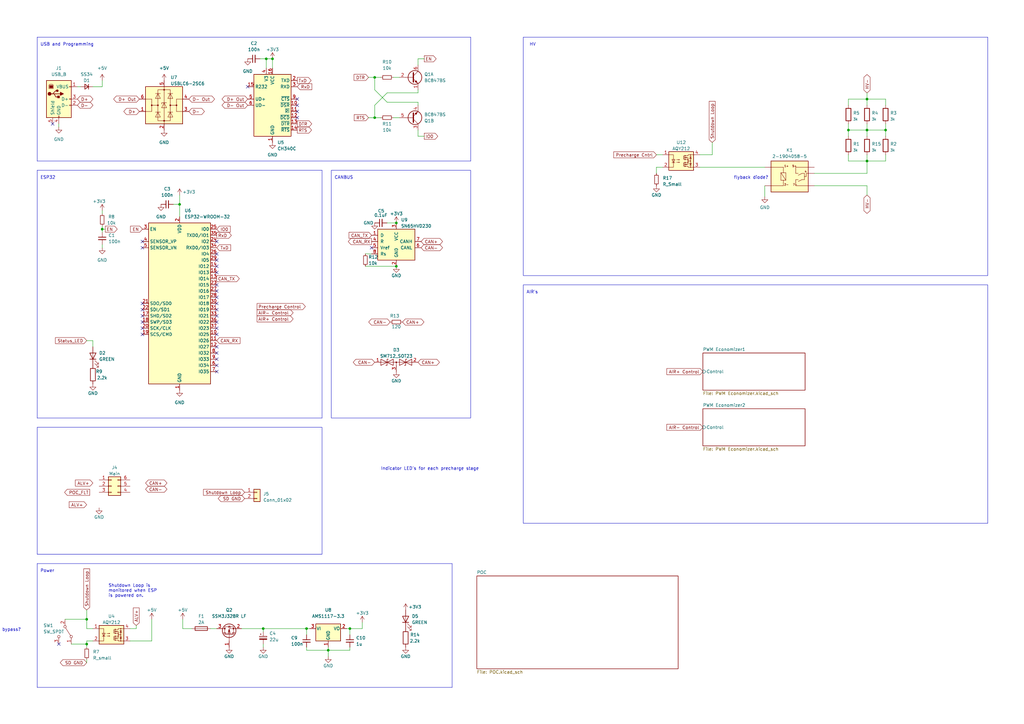
<source format=kicad_sch>
(kicad_sch (version 20230121) (generator eeschema)
  (paper "A3")
  (title_block (title "VehiclePrecharge") (date "2023-06-27") (rev "V1.0") (company "Niko Smith"))
  (lib_symbols
    (symbol "+5V_1" (power) (pin_names (offset 0))
      (property "Value" "+5V_1" (at 0 3.556 0))
      (symbol "+5V_1_1_1"
        (pin power_in line (at 0 0 90) (length 0) hide (name "+5V") (number "1"))
      )
    )
    (symbol "Connector:USB_B" (pin_names (offset 1.016))
      (property "Reference" "J" (at -5.08 11.43 0))
      (property "Value" "USB_B" (at -5.08 8.89 0))
      (symbol "USB_B_1_1"
        (pin power_out line (at 7.62 5.08 180) (length 2.54) (name "VBUS") (number "1"))
        (pin bidirectional line (at 7.62 -2.54 180) (length 2.54) (name "D-") (number "2"))
        (pin bidirectional line (at 7.62 0 180) (length 2.54) (name "D+") (number "3"))
        (pin power_out line (at 0 -10.16 90) (length 2.54) (name "GND") (number "4"))
        (pin passive line (at -2.54 -10.16 90) (length 2.54) (name "Shield") (number "5"))
      )
    )
    (symbol "Connector_Generic:Conn_01x02" (pin_names (offset 1.016) hide)
      (property "Reference" "J" (at 0 2.54 0))
      (property "Value" "Conn_01x02" (at 0 -5.08 0))
      (symbol "Conn_01x02_1_1"
        (pin passive line (at -5.08 0 0) (length 3.81) (name "Pin_1") (number "1"))
        (pin passive line (at -5.08 -2.54 0) (length 3.81) (name "Pin_2") (number "2"))
      )
    )
    (symbol "Connector_Generic:Conn_02x03_Counter_Clockwise" (pin_names (offset 1.016) hide)
      (property "Reference" "J" (at 1.27 5.08 0))
      (property "Value" "Conn_02x03_Counter_Clockwise" (at 1.27 -5.08 0))
      (symbol "Conn_02x03_Counter_Clockwise_1_1"
        (pin passive line (at -5.08 2.54 0) (length 3.81) (name "Pin_1") (number "1"))
        (pin passive line (at -5.08 0 0) (length 3.81) (name "Pin_2") (number "2"))
        (pin passive line (at -5.08 -2.54 0) (length 3.81) (name "Pin_3") (number "3"))
        (pin passive line (at 7.62 -2.54 180) (length 3.81) (name "Pin_4") (number "4"))
        (pin passive line (at 7.62 0 180) (length 3.81) (name "Pin_5") (number "5"))
        (pin passive line (at 7.62 2.54 180) (length 3.81) (name "Pin_6") (number "6"))
      )
    )
    (symbol "Device:C_Polarized_Small" (pin_numbers hide) (pin_names (offset 0.254) hide)
      (property "Reference" "C" (at 0.254 1.778 0))
      (property "Value" "C_Polarized_Small" (at 0.254 -2.032 0))
      (symbol "C_Polarized_Small_1_1"
        (pin passive line (at 0 2.54 270) (length 1.8542) (name "~") (number "1"))
        (pin passive line (at 0 -2.54 90) (length 1.8542) (name "~") (number "2"))
      )
    )
    (symbol "Device:C_Small" (pin_numbers hide) (pin_names (offset 0.254) hide)
      (property "Reference" "C" (at 0.254 1.778 0))
      (property "Value" "C_Small" (at 0.254 -2.032 0))
      (symbol "C_Small_1_1"
        (pin passive line (at 0 2.54 270) (length 2.032) (name "~") (number "1"))
        (pin passive line (at 0 -2.54 90) (length 2.032) (name "~") (number "2"))
      )
    )
    (symbol "Device:D_Small" (pin_numbers hide) (pin_names (offset 0.254) hide)
      (property "Reference" "D" (at -1.27 2.032 0))
      (property "Value" "D_Small" (at -3.81 -2.032 0))
      (symbol "D_Small_1_1"
        (pin passive line (at -2.54 0 0) (length 1.778) (name "K") (number "1"))
        (pin passive line (at 2.54 0 180) (length 1.778) (name "A") (number "2"))
      )
    )
    (symbol "Device:Fuse" (pin_numbers hide) (pin_names (offset 0))
      (property "Reference" "F" (at 2.032 0 90))
      (property "Value" "Fuse" (at -1.905 0 90))
      (symbol "Fuse_1_1"
        (pin passive line (at 0 3.81 270) (length 1.27) (name "~") (number "1"))
        (pin passive line (at 0 -3.81 90) (length 1.27) (name "~") (number "2"))
      )
    )
    (symbol "Device:LED" (pin_numbers hide) (pin_names (offset 1.016) hide)
      (property "Reference" "D" (at 0 2.54 0))
      (property "Value" "LED" (at 0 -2.54 0))
      (symbol "LED_1_1"
        (pin passive line (at -3.81 0 0) (length 2.54) (name "K") (number "1"))
        (pin passive line (at 3.81 0 180) (length 2.54) (name "A") (number "2"))
      )
    )
    (symbol "Device:Q_PMOS_GSD" (pin_names (offset 0) hide)
      (property "Reference" "Q" (at 5.08 1.27 0))
      (property "Value" "Q_PMOS_GSD" (at 5.08 -1.27 0))
      (symbol "Q_PMOS_GSD_1_1"
        (pin input line (at -5.08 0 0) (length 2.54) (name "G") (number "1"))
        (pin passive line (at 2.54 -5.08 90) (length 2.54) (name "S") (number "2"))
        (pin passive line (at 2.54 5.08 270) (length 2.54) (name "D") (number "3"))
      )
    )
    (symbol "Device:R" (pin_numbers hide) (pin_names (offset 0))
      (property "Reference" "R" (at 2.032 0 90))
      (property "Value" "R" (at 0 0 90))
      (symbol "R_1_1"
        (pin passive line (at 0 3.81 270) (length 1.27) (name "~") (number "1"))
        (pin passive line (at 0 -3.81 90) (length 1.27) (name "~") (number "2"))
      )
    )
    (symbol "Device:R_Small" (pin_numbers hide) (pin_names (offset 0.254) hide)
      (property "Reference" "R" (at 0.762 0.508 0))
      (property "Value" "R_Small" (at 0.762 -1.016 0))
      (symbol "R_Small_1_1"
        (pin passive line (at 0 2.54 270) (length 0.762) (name "~") (number "1"))
        (pin passive line (at 0 -2.54 90) (length 0.762) (name "~") (number "2"))
      )
    )
    (symbol "Diode:SM712_SOT23" (pin_names (offset 1.016) hide)
      (property "Reference" "D" (at 0 4.445 0))
      (property "Value" "SM712_SOT23" (at 0 2.54 0))
      (symbol "SM712_SOT23_1_1"
        (pin passive line (at -8.89 0 0) (length 2.54) (name "A1") (number "1"))
        (pin passive line (at 8.89 0 180) (length 2.54) (name "A2") (number "2"))
        (pin input line (at 0 -3.81 90) (length 2.54) (name "common") (number "3"))
      )
    )
    (symbol "Interface_CAN_LIN:SN65HVD230" (pin_names (offset 1.016))
      (property "Reference" "U" (at -2.54 10.16 0))
      (property "Value" "SN65HVD230" (at -2.54 7.62 0))
      (symbol "SN65HVD230_1_1"
        (pin input line (at -10.16 2.54 0) (length 2.54) (name "D") (number "1"))
        (pin power_in line (at 0 -10.16 90) (length 2.54) (name "GND") (number "2"))
        (pin power_in line (at 0 7.62 270) (length 2.54) (name "VCC") (number "3"))
        (pin output line (at -10.16 0 0) (length 2.54) (name "R") (number "4"))
        (pin output line (at -10.16 -2.54 0) (length 2.54) (name "Vref") (number "5"))
        (pin bidirectional line (at 10.16 -2.54 180) (length 2.54) (name "CANL") (number "6"))
        (pin bidirectional line (at 10.16 0 180) (length 2.54) (name "CANH") (number "7"))
        (pin input line (at -10.16 -5.08 0) (length 2.54) (name "Rs") (number "8"))
      )
    )
    (symbol "Interface_USB:CH340C"
      (property "Reference" "U" (at -5.08 13.97 0))
      (property "Value" "CH340C" (at 1.27 13.97 0))
      (symbol "CH340C_1_1"
        (pin power_in line (at 0 -15.24 90) (length 2.54) (name "GND") (number "1"))
        (pin input line (at 10.16 0 180) (length 2.54) (name "~{DSR}") (number "10"))
        (pin input line (at 10.16 -2.54 180) (length 2.54) (name "~{RI}") (number "11"))
        (pin input line (at 10.16 -5.08 180) (length 2.54) (name "~{DCD}") (number "12"))
        (pin output line (at 10.16 -7.62 180) (length 2.54) (name "~{DTR}") (number "13"))
        (pin output line (at 10.16 -10.16 180) (length 2.54) (name "~{RTS}") (number "14"))
        (pin input line (at -10.16 7.62 0) (length 2.54) (name "R232") (number "15"))
        (pin power_in line (at 0 15.24 270) (length 2.54) (name "VCC") (number "16"))
        (pin output line (at 10.16 10.16 180) (length 2.54) (name "TXD") (number "2"))
        (pin input line (at 10.16 7.62 180) (length 2.54) (name "RXD") (number "3"))
        (pin passive line (at -2.54 15.24 270) (length 2.54) (name "V3") (number "4"))
        (pin bidirectional line (at -10.16 2.54 0) (length 2.54) (name "UD+") (number "5"))
        (pin bidirectional line (at -10.16 0 0) (length 2.54) (name "UD-") (number "6"))
        (pin no_connect line (at -7.62 -7.62 0) (length 2.54) hide (name "NC") (number "7"))
        (pin no_connect line (at -7.62 -10.16 0) (length 2.54) hide (name "NC") (number "8"))
        (pin input line (at 10.16 2.54 180) (length 2.54) (name "~{CTS}") (number "9"))
      )
    )
    (symbol "Power_Protection:USBLC6-2SC6" (pin_names hide)
      (property "Reference" "U" (at 2.54 8.89 0))
      (property "Value" "USBLC6-2SC6" (at 2.54 -8.89 0))
      (symbol "USBLC6-2SC6_1_1"
        (pin passive line (at -10.16 -2.54 0) (length 2.54) (name "I/O1") (number "1"))
        (pin passive line (at 0 -10.16 90) (length 2.54) (name "GND") (number "2"))
        (pin passive line (at 10.16 -2.54 180) (length 2.54) (name "I/O2") (number "3"))
        (pin passive line (at 10.16 2.54 180) (length 2.54) (name "I/O2") (number "4"))
        (pin passive line (at 0 10.16 270) (length 2.54) (name "VBUS") (number "5"))
        (pin passive line (at -10.16 2.54 0) (length 2.54) (name "I/O1") (number "6"))
      )
    )
    (symbol "Precharge Relay:2-1904058-5" (pin_numbers hide) (pin_names (offset 1.016) hide)
      (property "Reference" "K" (at -7.62 5.842 0))
      (property "Value" "2-1904058-5" (at -7.62 -10.16 0))
      (symbol "2-1904058-5_0_0"
        (text "1+" (at -2.286 2.54 0) (effects (font (size 0.8128 0.8128)) (justify left bottom)))
        (text "2-" (at -2.286 -5.08 0) (effects (font (size 0.8128 0.8128)) (justify left bottom)))
        (text "4" (at 6.096 0.254 0) (effects (font (size 0.8128 0.8128)) (justify left bottom)))
        (text "5+" (at 1.016 2.54 0) (effects (font (size 0.8128 0.8128)) (justify left bottom)))
        (text "7-" (at 1.27 -5.08 0) (effects (font (size 0.8128 0.8128)) (justify left bottom)))
        (pin passive line (at -10.16 2.54 0) (length 2.54) (name "~") (number "1"))
        (pin passive line (at -10.16 -5.08 0) (length 2.54) (name "~") (number "2"))
        (pin passive line (at 10.16 0 180) (length 2.54) (name "~") (number "4"))
        (pin passive line (at 10.16 2.54 180) (length 2.54) (name "~") (number "5"))
        (pin passive line (at 10.16 -5.08 180) (length 2.54) (name "~") (number "7"))
      )
    )
    (symbol "RF_Module:ESP32-WROOM-32"
      (property "Reference" "U" (at -12.7 34.29 0))
      (property "Value" "ESP32-WROOM-32" (at 1.27 34.29 0))
      (symbol "ESP32-WROOM-32_1_1"
        (pin power_in line (at 0 -35.56 90) (length 2.54) (name "GND") (number "1"))
        (pin bidirectional line (at 15.24 -12.7 180) (length 2.54) (name "IO25") (number "10"))
        (pin bidirectional line (at 15.24 -15.24 180) (length 2.54) (name "IO26") (number "11"))
        (pin bidirectional line (at 15.24 -17.78 180) (length 2.54) (name "IO27") (number "12"))
        (pin bidirectional line (at 15.24 10.16 180) (length 2.54) (name "IO14") (number "13"))
        (pin bidirectional line (at 15.24 15.24 180) (length 2.54) (name "IO12") (number "14"))
        (pin passive line (at 0 -35.56 90) (length 2.54) hide (name "GND") (number "15"))
        (pin bidirectional line (at 15.24 12.7 180) (length 2.54) (name "IO13") (number "16"))
        (pin bidirectional line (at -15.24 -5.08 0) (length 2.54) (name "SHD/SD2") (number "17"))
        (pin bidirectional line (at -15.24 -7.62 0) (length 2.54) (name "SWP/SD3") (number "18"))
        (pin bidirectional line (at -15.24 -12.7 0) (length 2.54) (name "SCS/CMD") (number "19"))
        (pin power_in line (at 0 35.56 270) (length 2.54) (name "VDD") (number "2"))
        (pin bidirectional line (at -15.24 -10.16 0) (length 2.54) (name "SCK/CLK") (number "20"))
        (pin bidirectional line (at -15.24 0 0) (length 2.54) (name "SDO/SD0") (number "21"))
        (pin bidirectional line (at -15.24 -2.54 0) (length 2.54) (name "SDI/SD1") (number "22"))
        (pin bidirectional line (at 15.24 7.62 180) (length 2.54) (name "IO15") (number "23"))
        (pin bidirectional line (at 15.24 25.4 180) (length 2.54) (name "IO2") (number "24"))
        (pin bidirectional line (at 15.24 30.48 180) (length 2.54) (name "IO0") (number "25"))
        (pin bidirectional line (at 15.24 20.32 180) (length 2.54) (name "IO4") (number "26"))
        (pin bidirectional line (at 15.24 5.08 180) (length 2.54) (name "IO16") (number "27"))
        (pin bidirectional line (at 15.24 2.54 180) (length 2.54) (name "IO17") (number "28"))
        (pin bidirectional line (at 15.24 17.78 180) (length 2.54) (name "IO5") (number "29"))
        (pin input line (at -15.24 30.48 0) (length 2.54) (name "EN") (number "3"))
        (pin bidirectional line (at 15.24 0 180) (length 2.54) (name "IO18") (number "30"))
        (pin bidirectional line (at 15.24 -2.54 180) (length 2.54) (name "IO19") (number "31"))
        (pin no_connect line (at -12.7 -27.94 0) (length 2.54) hide (name "NC") (number "32"))
        (pin bidirectional line (at 15.24 -5.08 180) (length 2.54) (name "IO21") (number "33"))
        (pin bidirectional line (at 15.24 22.86 180) (length 2.54) (name "RXD0/IO3") (number "34"))
        (pin bidirectional line (at 15.24 27.94 180) (length 2.54) (name "TXD0/IO1") (number "35"))
        (pin bidirectional line (at 15.24 -7.62 180) (length 2.54) (name "IO22") (number "36"))
        (pin bidirectional line (at 15.24 -10.16 180) (length 2.54) (name "IO23") (number "37"))
        (pin passive line (at 0 -35.56 90) (length 2.54) hide (name "GND") (number "38"))
        (pin passive line (at 0 -35.56 90) (length 2.54) hide (name "GND") (number "39"))
        (pin input line (at -15.24 25.4 0) (length 2.54) (name "SENSOR_VP") (number "4"))
        (pin input line (at -15.24 22.86 0) (length 2.54) (name "SENSOR_VN") (number "5"))
        (pin input line (at 15.24 -25.4 180) (length 2.54) (name "IO34") (number "6"))
        (pin input line (at 15.24 -27.94 180) (length 2.54) (name "IO35") (number "7"))
        (pin bidirectional line (at 15.24 -20.32 180) (length 2.54) (name "IO32") (number "8"))
        (pin bidirectional line (at 15.24 -22.86 180) (length 2.54) (name "IO33") (number "9"))
      )
    )
    (symbol "Regulator_Linear:AMS1117-3.3" (pin_names (offset 0.254))
      (property "Reference" "U" (at -3.81 3.175 0))
      (property "Value" "AMS1117-3.3" (at 0 3.175 0))
      (symbol "AMS1117-3.3_1_1"
        (pin power_in line (at 0 -7.62 90) (length 2.54) (name "GND") (number "1"))
        (pin power_out line (at 7.62 0 180) (length 2.54) (name "VO") (number "2"))
        (pin power_in line (at -7.62 0 0) (length 2.54) (name "VI") (number "3"))
      )
    )
    (symbol "Relay_SolidState:TLP175A"
      (property "Reference" "U5" (at 0 6.35 0))
      (property "Value" "TLP175A" (at 0 3.81 0))
      (symbol "TLP175A_1_1"
        (pin passive line (at -7.62 2.54 0) (length 2.54) (name "~") (number "1"))
        (pin passive line (at -7.62 -2.54 0) (length 2.54) (name "") (number "2"))
        (pin passive line (at 7.62 -2.54 180) (length 2.54) (name "~") (number "3"))
        (pin passive line (at 7.62 2.54 180) (length 2.54) (name "~") (number "4"))
      )
    )
    (symbol "Switch:SW_SPDT" (pin_names (offset 0) hide)
      (property "Reference" "SW" (at 0 4.318 0))
      (property "Value" "SW_SPDT" (at 0 -5.08 0))
      (symbol "SW_SPDT_1_1"
        (pin passive line (at 5.08 2.54 180) (length 2.54) (name "A") (number "1"))
        (pin passive line (at -5.08 0 0) (length 2.54) (name "B") (number "2"))
        (pin passive line (at 5.08 -2.54 180) (length 2.54) (name "C") (number "3"))
      )
    )
    (symbol "Transistor_BJT:BC847BS" (pin_names (offset 0) hide)
      (property "Reference" "Q" (at 5.08 1.27 0))
      (property "Value" "BC847BS" (at 5.08 -1.27 0))
      (symbol "BC847BS_1_1"
        (pin passive line (at 2.54 -5.08 90) (length 2.54) (name "E1") (number "1"))
        (pin input line (at -5.08 0 0) (length 2.54) (name "B1") (number "2"))
        (pin passive line (at 2.54 5.08 270) (length 2.54) (name "C1") (number "6"))
      )
      (symbol "BC847BS_2_1"
        (pin passive line (at 2.54 5.08 270) (length 2.54) (name "C2") (number "3"))
        (pin passive line (at 2.54 -5.08 90) (length 2.54) (name "E2") (number "4"))
        (pin input line (at -5.08 0 0) (length 2.54) (name "B2") (number "5"))
      )
    )
    (symbol "enel200_uc_kicad5:UC_R" (pin_numbers hide) (pin_names (offset 0))
      (property "Reference" "R" (at -1.905 -0.127 90))
      (property "Value" "UC_R" (at 0.127 0 90))
      (symbol "UC_R_1_1"
        (pin passive line (at 0 3.81 270) (length 1.27) (name "~") (number "1"))
        (pin passive line (at 0 -3.81 90) (length 1.27) (name "~") (number "2"))
      )
    )
    (symbol "power:+3.3V" (power) (pin_names (offset 0))
      (property "Value" "+3.3V" (at 0 3.556 0))
      (symbol "+3.3V_1_1"
        (pin power_in line (at 0 0 90) (length 0) hide (name "+3V3") (number "1"))
      )
    )
    (symbol "power:+3V3" (power) (pin_names (offset 0))
      (property "Value" "+3V3" (at 0 3.556 0))
      (symbol "+3V3_1_1"
        (pin power_in line (at 0 0 90) (length 0) hide (name "+3V3") (number "1"))
      )
    )
    (symbol "power:+5V" (power) (pin_names (offset 0))
      (property "Value" "+5V" (at 0 3.556 0))
      (symbol "+5V_1_1"
        (pin power_in line (at 0 0 90) (length 0) hide (name "+5V") (number "1"))
      )
    )
    (symbol "power:GND" (power) (pin_names (offset 0))
      (property "Value" "GND" (at 0 -3.81 0))
      (symbol "GND_1_1"
        (pin power_in line (at 0 0 270) (length 0) hide (name "GND") (number "1"))
      )
    )
  )
  (junction (at 162.56 109.22))
  (junction (at 363.22 53.34))
  (junction (at 41.91 93.98))
  (junction (at 355.6 66.04))
  (junction (at 73.66 83.82))
  (junction (at 109.22 24.13))
  (junction (at 107.95 257.81))
  (junction (at 347.98 53.34))
  (junction (at 35.56 254))
  (junction (at 35.56 264.16))
  (junction (at 153.67 31.75))
  (junction (at 153.67 48.26))
  (junction (at 111.76 24.13))
  (junction (at 355.6 40.64))
  (junction (at 162.56 91.44))
  (junction (at 125.73 257.81))
  (junction (at 355.6 53.34))
  (junction (at 143.51 257.81))
  (junction (at 134.62 266.7))
  (no_connect (at 88.9 121.92))
  (no_connect (at 88.9 149.86))
  (no_connect (at 88.9 144.78))
  (no_connect (at 21.59 50.8))
  (no_connect (at 88.9 111.76))
  (no_connect (at 58.42 129.54))
  (no_connect (at 88.9 147.32))
  (no_connect (at 88.9 106.68))
  (no_connect (at 58.42 127))
  (no_connect (at 58.42 99.06))
  (no_connect (at 58.42 132.08))
  (no_connect (at 88.9 124.46))
  (no_connect (at 88.9 129.54))
  (no_connect (at 88.9 132.08))
  (no_connect (at 101.6 35.56))
  (no_connect (at 88.9 104.14))
  (no_connect (at 88.9 142.24))
  (no_connect (at 88.9 109.22))
  (no_connect (at 121.92 40.64))
  (no_connect (at 58.42 134.62))
  (no_connect (at 152.4 101.6))
  (no_connect (at 58.42 124.46))
  (no_connect (at 58.42 137.16))
  (no_connect (at 88.9 127))
  (no_connect (at 121.92 48.26))
  (no_connect (at 88.9 99.06))
  (no_connect (at 88.9 116.84))
  (no_connect (at 24.13 264.16))
  (no_connect (at 88.9 134.62))
  (no_connect (at 88.9 152.4))
  (no_connect (at 88.9 137.16))
  (no_connect (at 121.92 43.18))
  (no_connect (at 58.42 101.6))
  (no_connect (at 88.9 119.38))
  (no_connect (at 121.92 45.72))
  (wire (pts (xy 41.91 93.98) (xy 43.18 93.98)))
  (wire (pts (xy 86.36 257.81) (xy 88.9 257.81)))
  (wire (pts (xy 171.45 53.34) (xy 171.45 55.88)))
  (wire (pts (xy 74.93 257.81) (xy 78.74 257.81)))
  (wire (pts (xy 125.73 257.81) (xy 125.73 260.35)))
  (wire (pts (xy 31.75 35.56) (xy 33.02 35.56)))
  (wire (pts (xy 143.51 266.7) (xy 143.51 265.43)))
  (wire (pts (xy 53.34 262.89) (xy 62.23 262.89)))
  (wire (pts (xy 38.1 35.56) (xy 41.91 35.56)))
  (wire (pts (xy 148.59 255.27) (xy 148.59 257.81)))
  (wire (pts (xy 153.67 48.26) (xy 156.21 48.26)))
  (wire (pts (xy 41.91 93.98) (xy 41.91 95.25)))
  (wire (pts (xy 153.67 31.75) (xy 156.21 31.75)))
  (wire (pts (xy 143.51 257.81) (xy 148.59 257.81)))
  (wire (pts (xy 355.6 50.8) (xy 355.6 53.34)))
  (wire (pts (xy 153.67 43.18) (xy 158.75 38.1)))
  (wire (pts (xy 41.91 92.71) (xy 41.91 93.98)))
  (wire (pts (xy 29.21 264.16) (xy 35.56 264.16)))
  (wire (pts (xy 347.98 53.34) (xy 355.6 53.34)))
  (wire (pts (xy 55.88 256.54) (xy 55.88 257.81)))
  (polyline (pts (xy 132.08 171.45) (xy 132.08 69.85)))
  (wire (pts (xy 355.6 66.04) (xy 363.22 66.04)))
  (wire (pts (xy 55.88 257.81) (xy 53.34 257.81)))
  (wire (pts (xy 171.45 26.67) (xy 171.45 24.13)))
  (wire (pts (xy 35.56 250.19) (xy 35.56 254)))
  (wire (pts (xy 158.75 91.44) (xy 162.56 91.44)))
  (polyline (pts (xy 193.04 15.24) (xy 193.04 66.04)))
  (wire (pts (xy 161.29 31.75) (xy 163.83 31.75)))
  (wire (pts (xy 355.6 53.34) (xy 355.6 55.88)))
  (polyline (pts (xy 15.24 231.14) (xy 185.42 231.14)))
  (wire (pts (xy 134.62 269.24) (xy 134.62 266.7)))
  (wire (pts (xy 35.56 262.89) (xy 35.56 264.16)))
  (wire (pts (xy 292.1 63.5) (xy 287.02 63.5)))
  (wire (pts (xy 355.6 71.12) (xy 355.6 66.04)))
  (wire (pts (xy 161.29 48.26) (xy 163.83 48.26)))
  (wire (pts (xy 149.86 109.22) (xy 162.56 109.22)))
  (wire (pts (xy 363.22 50.8) (xy 363.22 53.34)))
  (polyline (pts (xy 15.24 231.14) (xy 15.24 281.94)))
  (wire (pts (xy 355.6 63.5) (xy 355.6 66.04)))
  (wire (pts (xy 334.01 71.12) (xy 355.6 71.12)))
  (wire (pts (xy 73.66 80.01) (xy 73.66 83.82)))
  (wire (pts (xy 158.75 41.91) (xy 153.67 36.83)))
  (wire (pts (xy 71.12 83.82) (xy 73.66 83.82)))
  (wire (pts (xy 355.6 40.64) (xy 347.98 40.64)))
  (polyline (pts (xy 185.42 281.94) (xy 15.24 281.94)))
  (wire (pts (xy 111.76 24.13) (xy 111.76 27.94)))
  (wire (pts (xy 107.95 259.08) (xy 107.95 257.81)))
  (wire (pts (xy 287.02 68.58) (xy 313.69 68.58)))
  (wire (pts (xy 347.98 63.5) (xy 347.98 66.04)))
  (wire (pts (xy 151.13 48.26) (xy 153.67 48.26)))
  (wire (pts (xy 363.22 40.64) (xy 355.6 40.64)))
  (wire (pts (xy 334.01 76.2) (xy 355.6 76.2)))
  (wire (pts (xy 171.45 36.83) (xy 171.45 38.1)))
  (wire (pts (xy 74.93 254) (xy 74.93 257.81)))
  (wire (pts (xy 171.45 41.91) (xy 171.45 43.18)))
  (wire (pts (xy 355.6 38.1) (xy 355.6 40.64)))
  (wire (pts (xy 313.69 76.2) (xy 313.69 80.645)))
  (wire (pts (xy 269.24 68.58) (xy 269.24 71.12)))
  (wire (pts (xy 171.45 55.88) (xy 173.99 55.88)))
  (wire (pts (xy 292.1 58.42) (xy 292.1 63.5)))
  (wire (pts (xy 363.22 66.04) (xy 363.22 63.5)))
  (polyline (pts (xy 15.24 171.45) (xy 132.08 171.45)))
  (wire (pts (xy 158.75 38.1) (xy 171.45 38.1)))
  (wire (pts (xy 106.68 24.13) (xy 109.22 24.13)))
  (wire (pts (xy 107.95 257.81) (xy 125.73 257.81)))
  (wire (pts (xy 269.24 63.5) (xy 271.78 63.5)))
  (wire (pts (xy 134.62 266.7) (xy 143.51 266.7)))
  (wire (pts (xy 35.56 270.51) (xy 35.56 271.78)))
  (wire (pts (xy 347.98 50.8) (xy 347.98 53.34)))
  (wire (pts (xy 355.6 76.2) (xy 355.6 80.01)))
  (wire (pts (xy 347.98 66.04) (xy 355.6 66.04)))
  (wire (pts (xy 99.06 257.81) (xy 107.95 257.81)))
  (wire (pts (xy 158.75 41.91) (xy 171.45 41.91)))
  (wire (pts (xy 134.62 265.43) (xy 134.62 266.7)))
  (wire (pts (xy 153.67 31.75) (xy 153.67 36.83)))
  (wire (pts (xy 24.13 50.8) (xy 24.13 52.07)))
  (wire (pts (xy 35.56 139.7) (xy 38.1 139.7)))
  (wire (pts (xy 149.86 104.14) (xy 152.4 104.14)))
  (wire (pts (xy 151.13 31.75) (xy 153.67 31.75)))
  (polyline (pts (xy 15.24 15.24) (xy 193.04 15.24)))
  (wire (pts (xy 38.1 257.81) (xy 35.56 257.81)))
  (polyline (pts (xy 15.24 69.85) (xy 132.08 69.85)))
  (wire (pts (xy 41.91 86.36) (xy 41.91 87.63)))
  (wire (pts (xy 125.73 266.7) (xy 134.62 266.7)))
  (polyline (pts (xy 185.42 231.14) (xy 185.42 281.94)))
  (wire (pts (xy 363.22 53.34) (xy 363.22 55.88)))
  (wire (pts (xy 62.23 262.89) (xy 62.23 254)))
  (wire (pts (xy 142.24 257.81) (xy 143.51 257.81)))
  (polyline (pts (xy 193.04 66.04) (xy 15.24 66.04)))
  (wire (pts (xy 38.1 262.89) (xy 35.56 262.89)))
  (wire (pts (xy 271.78 68.58) (xy 269.24 68.58)))
  (wire (pts (xy 109.22 27.94) (xy 109.22 24.13)))
  (wire (pts (xy 355.6 40.64) (xy 355.6 43.18)))
  (wire (pts (xy 127 257.81) (xy 125.73 257.81)))
  (wire (pts (xy 107.95 264.16) (xy 107.95 265.43)))
  (wire (pts (xy 355.6 53.34) (xy 363.22 53.34)))
  (wire (pts (xy 153.67 43.18) (xy 153.67 48.26)))
  (wire (pts (xy 363.22 43.18) (xy 363.22 40.64)))
  (wire (pts (xy 73.66 83.82) (xy 73.66 88.9)))
  (polyline (pts (xy 15.24 69.85) (xy 15.24 171.45)))
  (wire (pts (xy 41.91 33.02) (xy 41.91 35.56)))
  (wire (pts (xy 26.67 254) (xy 35.56 254)))
  (polyline (pts (xy 15.24 66.04) (xy 15.24 15.24)))
  (wire (pts (xy 143.51 260.35) (xy 143.51 257.81)))
  (wire (pts (xy 347.98 53.34) (xy 347.98 55.88)))
  (wire (pts (xy 38.1 142.24) (xy 38.1 139.7)))
  (wire (pts (xy 35.56 254) (xy 35.56 257.81)))
  (wire (pts (xy 347.98 40.64) (xy 347.98 43.18)))
  (wire (pts (xy 171.45 24.13) (xy 173.99 24.13)))
  (wire (pts (xy 35.56 264.16) (xy 35.56 265.43)))
  (wire (pts (xy 41.91 100.33) (xy 41.91 101.6)))
  (wire (pts (xy 125.73 265.43) (xy 125.73 266.7)))
  (wire (pts (xy 109.22 24.13) (xy 111.76 24.13)))
  (rectangle (start 214.63 15.24) (end 405.13 113.03))
  (rectangle (start 135.89 69.85) (end 193.04 171.45))
  (rectangle (start 214.63 116.84) (end 405.13 214.63))
  (rectangle (start 15.24 175.26) (end 132.08 227.33))
  (text "Indicator LED's for each precharge stage" (at 156.21 193.04 0) (effects (font (size 1.27 1.27)) (justify left bottom)))
  (text "flyback diode?" (at 300.99 73.66 0) (effects (font (size 1.27 1.27)) (justify left bottom)))
  (text "CANBUS\n" (at 137.16 73.66 0) (effects (font (size 1.27 1.27)) (justify left bottom)))
  (text "ESP32\n" (at 16.51 73.66 0) (effects (font (size 1.27 1.27)) (justify left bottom)))
  (text "USB and Programming" (at 16.51 19.05 0) (effects (font (size 1.27 1.27)) (justify left bottom)))
  (text "Maybe a switch to bypass?" (at -17.78 259.08 0) (effects (font (size 1.27 1.27)) (justify left bottom)))
  (text "Shutdown Loop is \nmonitored when ESP \nis powered on." (at 44.45 245.11 0) (effects (font (size 1.27 1.27)) (justify left bottom)))
  (text "AIR's" (at 215.9 120.65 0) (effects (font (size 1.27 1.27)) (justify left bottom)))
  (text "HV" (at 217.17 19.05 0) (effects (font (size 1.27 1.27)) (justify left bottom)))
  (text "Power" (at 16.51 234.95 0) (effects (font (size 1.27 1.27)) (justify left bottom)))
  (global_label "SD GND" (shape bidirectional) (at 100.33 204.47 180) (property "Intersheetrefs" "${INTERSHEET_REFS}" (effects hide)))
  (global_label "Status_LED" (shape input) (at 35.56 139.7 180) (property "Intersheetrefs" "${INTERSHEET_REFS}" (effects hide)))
  (global_label "TxD" (shape input) (at 88.9 101.6 0) (property "Intersheetrefs" "${INTERSHEET_REFS}" (effects hide)))
  (global_label "CAN_TX" (shape output) (at 88.9 114.3 0) (property "Intersheetrefs" "${INTERSHEET_REFS}" (effects hide)))
  (global_label "D+" (shape bidirectional) (at 57.15 45.72 180) (property "Intersheetrefs" "${INTERSHEET_REFS}" (effects hide)))
  (global_label "ALV+" (shape input) (at 35.56 207.01 180) (property "Intersheetrefs" "${INTERSHEET_REFS}" (effects hide)))
  (global_label "CAN_TX" (shape input) (at 152.4 96.52 180) (property "Intersheetrefs" "${INTERSHEET_REFS}" (effects hide)))
  (global_label "EN" (shape input) (at 58.42 93.98 180) (property "Intersheetrefs" "${INTERSHEET_REFS}" (effects hide)))
  (global_label "RxD" (shape input) (at 121.92 35.56 0) (property "Intersheetrefs" "${INTERSHEET_REFS}" (effects hide)))
  (global_label "IO0" (shape input) (at 88.9 93.98 0) (property "Intersheetrefs" "${INTERSHEET_REFS}" (effects hide)))
  (global_label "D+" (shape bidirectional) (at 31.75 40.64 0) (property "Intersheetrefs" "${INTERSHEET_REFS}" (effects hide)))
  (global_label "D+ Out" (shape bidirectional) (at 101.6 40.64 180) (property "Intersheetrefs" "${INTERSHEET_REFS}" (effects hide)))
  (global_label "DTR" (shape input) (at 151.13 31.75 180) (property "Intersheetrefs" "${INTERSHEET_REFS}" (effects hide)))
  (global_label "CAN+" (shape bidirectional) (at 59.69 198.12 0) (property "Intersheetrefs" "${INTERSHEET_REFS}" (effects hide)))
  (global_label "CAN-" (shape bidirectional) (at 172.72 101.6 0) (property "Intersheetrefs" "${INTERSHEET_REFS}" (effects hide)))
  (global_label "D- Out" (shape bidirectional) (at 77.47 40.64 0) (property "Intersheetrefs" "${INTERSHEET_REFS}" (effects hide)))
  (global_label "RTS" (shape input) (at 151.13 48.26 180) (property "Intersheetrefs" "${INTERSHEET_REFS}" (effects hide)))
  (global_label "Shutdown Loop" (shape input) (at 35.56 250.19 90) (property "Intersheetrefs" "${INTERSHEET_REFS}" (effects hide)))
  (global_label "Precharge Control" (shape output) (at 105.41 125.73 0) (property "Intersheetrefs" "${INTERSHEET_REFS}" (effects hide)))
  (global_label "EN" (shape output) (at 173.99 24.13 0) (property "Intersheetrefs" "${INTERSHEET_REFS}" (effects hide)))
  (global_label "AIR- Control" (shape output) (at 105.41 128.27 0) (property "Intersheetrefs" "${INTERSHEET_REFS}" (effects hide)))
  (global_label "DTR" (shape output) (at 121.92 50.8 0) (property "Intersheetrefs" "${INTERSHEET_REFS}" (effects hide)))
  (global_label "D+ Out" (shape bidirectional) (at 57.15 40.64 180) (property "Intersheetrefs" "${INTERSHEET_REFS}" (effects hide)))
  (global_label "CAN+" (shape bidirectional) (at 165.1 132.08 0) (property "Intersheetrefs" "${INTERSHEET_REFS}" (effects hide)))
  (global_label "ALV+" (shape input) (at 55.88 256.54 90) (property "Intersheetrefs" "${INTERSHEET_REFS}" (effects hide)))
  (global_label "HV-" (shape bidirectional) (at 355.6 80.01 270) (property "Intersheetrefs" "${INTERSHEET_REFS}" (effects hide)))
  (global_label "CAN-" (shape bidirectional) (at 160.02 132.08 180) (property "Intersheetrefs" "${INTERSHEET_REFS}" (effects hide)))
  (global_label "CAN_RX" (shape input) (at 88.9 139.7 0) (property "Intersheetrefs" "${INTERSHEET_REFS}" (effects hide)))
  (global_label "Shutdown Loop" (shape input) (at 100.33 201.93 180) (property "Intersheetrefs" "${INTERSHEET_REFS}" (effects hide)))
  (global_label "D- Out" (shape bidirectional) (at 101.6 43.18 180) (property "Intersheetrefs" "${INTERSHEET_REFS}" (effects hide)))
  (global_label "CAN_RX" (shape output) (at 152.4 99.06 180) (property "Intersheetrefs" "${INTERSHEET_REFS}" (effects hide)))
  (global_label "AIR- Control" (shape input) (at 288.29 175.26 180) (property "Intersheetrefs" "${INTERSHEET_REFS}" (effects hide)))
  (global_label "HV-" (shape bidirectional) (at 355.6 38.1 90) (property "Intersheetrefs" "${INTERSHEET_REFS}" (effects hide)))
  (global_label "POC_FLT" (shape output) (at 36.83 201.93 180) (property "Intersheetrefs" "${INTERSHEET_REFS}" (effects hide)))
  (global_label "D-" (shape bidirectional) (at 31.75 43.18 0) (property "Intersheetrefs" "${INTERSHEET_REFS}" (effects hide)))
  (global_label "IO0" (shape output) (at 173.99 55.88 0) (property "Intersheetrefs" "${INTERSHEET_REFS}" (effects hide)))
  (global_label "CAN-" (shape bidirectional) (at 59.69 200.66 0) (property "Intersheetrefs" "${INTERSHEET_REFS}" (effects hide)))
  (global_label "Shutdown Loop" (shape input) (at 292.1 58.42 90) (property "Intersheetrefs" "${INTERSHEET_REFS}" (effects hide)))
  (global_label "EN" (shape output) (at 43.18 93.98 0) (property "Intersheetrefs" "${INTERSHEET_REFS}" (effects hide)))
  (global_label "AIR+ Control" (shape output) (at 105.41 130.81 0) (property "Intersheetrefs" "${INTERSHEET_REFS}" (effects hide)))
  (global_label "CAN+" (shape bidirectional) (at 171.45 148.59 0) (property "Intersheetrefs" "${INTERSHEET_REFS}" (effects hide)))
  (global_label "TxD" (shape output) (at 121.92 33.02 0) (property "Intersheetrefs" "${INTERSHEET_REFS}" (effects hide)))
  (global_label "CAN-" (shape bidirectional) (at 153.67 148.59 180) (property "Intersheetrefs" "${INTERSHEET_REFS}" (effects hide)))
  (global_label "Precharge Cntrl" (shape input) (at 269.24 63.5 180) (property "Intersheetrefs" "${INTERSHEET_REFS}" (effects hide)))
  (global_label "CAN+" (shape bidirectional) (at 172.72 99.06 0) (property "Intersheetrefs" "${INTERSHEET_REFS}" (effects hide)))
  (global_label "ALV+" (shape input) (at 38.1 198.12 180) (property "Intersheetrefs" "${INTERSHEET_REFS}" (effects hide)))
  (global_label "AIR+ Control" (shape input) (at 288.29 152.4 180) (property "Intersheetrefs" "${INTERSHEET_REFS}" (effects hide)))
  (global_label "RTS" (shape output) (at 121.92 53.34 0) (property "Intersheetrefs" "${INTERSHEET_REFS}" (effects hide)))
  (global_label "D-" (shape bidirectional) (at 77.47 45.72 0) (property "Intersheetrefs" "${INTERSHEET_REFS}" (effects hide)))
  (global_label "RxD" (shape output) (at 88.9 96.52 0) (property "Intersheetrefs" "${INTERSHEET_REFS}" (effects hide)))
  (global_label "SD GND" (shape bidirectional) (at 35.56 271.78 180) (property "Intersheetrefs" "${INTERSHEET_REFS}" (effects hide)))
  (symbol (lib_id "Device:C_Small") (at 156.21 91.44 90) (unit 1)
    (property "Reference" "C5" (at 156.337 86.487 90))
    (property "Value" "0.1uF" (at 156.21 88.265 90))
    (property "Footprint" "Capacitor_SMD:C_0603_1608Metric" (effects hide))
  )
  (symbol (lib_id "Device:R_Small") (at 162.56 132.08 90) (unit 1)
    (property "Reference" "R13" (at 163.83 129.54 90) (effects (justify left)))
    (property "Value" "120" (at 164.465 133.985 90) (effects (justify left)))
    (property "Footprint" "Resistor_SMD:R_0603_1608Metric" (effects hide))
  )
  (symbol (lib_id "enel200_uc_kicad5:UC_R") (at 355.6 59.69 0) (unit 1)
    (property "Reference" "R15" (at 357.505 59.055 0) (effects (justify left)))
    (property "Value" "3k" (at 357.505 61.595 0) (effects (font (size 1.016 1.016)) (justify left)))
    (property "Footprint" "SMD Resistors:2817 Package" (effects hide))
  )
  (symbol (lib_id "Diode:SM712_SOT23") (at 162.56 148.59 0) (unit 1)
    (property "Reference" "D3" (at 162.56 143.51 0))
    (property "Value" "SM712_SOT23" (at 162.56 146.05 0))
    (property "Footprint" "Package_TO_SOT_SMD:SOT-23" (effects hide))
    (property "Datasheet" "https://www.littelfuse.com/~/media/electronics/datasheets/tvs_diode_arrays/littelfuse_tvs_diode_array_sm712_datasheet.pdf.pdf" (effects hide))
  )
  (symbol (lib_id "Device:R_Small") (at 269.24 73.66 0) (unit 1)
    (property "Reference" "R17" (at 271.78 73.025 0) (effects (justify left)))
    (property "Value" "R_Small" (at 271.78 75.565 0) (effects (justify left)))
  )
  (symbol (lib_id "power:+5V") (at 67.31 33.02 0) (unit 1)
    (property "Reference" "#PWR020" (effects hide))
    (property "Value" "+5V" (at 67.31 27.94 0))
  )
  (symbol (lib_id "power:GND") (at 162.56 109.22 0) (unit 1)
    (property "Reference" "#PWR019" (effects hide))
    (property "Value" "GND" (at 162.56 113.03 0))
  )
  (symbol (lib_id "Transistor_BJT:BC847BS") (at 168.91 31.75 0) (unit 1)
    (property "Reference" "Q1" (at 173.99 30.4799 0) (effects (justify left)))
    (property "Value" "BC847BS" (at 173.99 33.0199 0) (effects (justify left)))
    (property "Footprint" "Package_TO_SOT_SMD:SOT-363_SC-70-6" (effects hide))
    (property "Datasheet" "https://assets.nexperia.com/documents/data-sheet/BC847BS.pdf" (effects hide))
  )
  (symbol (lib_id "enel200_uc_kicad5:UC_R") (at 347.98 59.69 0) (unit 1)
    (property "Reference" "R1" (at 349.885 59.055 0) (effects (justify left)))
    (property "Value" "3k" (at 349.885 61.595 0) (effects (font (size 1.016 1.016)) (justify left)))
    (property "Footprint" "SMD Resistors:2817 Package" (effects hide))
  )
  (symbol (lib_id "power:+5V") (at 41.91 33.02 0) (unit 1)
    (property "Reference" "#PWR08" (effects hide))
    (property "Value" "+5V" (at 41.91 27.94 0))
  )
  (symbol (lib_id "power:GND") (at 101.6 24.13 0) (unit 1)
    (property "Reference" "#PWR011" (effects hide))
    (property "Value" "GND" (at 101.6 29.21 0))
  )
  (symbol (lib_id "power:+3V3") (at 166.37 250.19 0) (unit 1)
    (property "Reference" "#PWR035" (effects hide))
    (property "Value" "+3V3" (at 170.18 248.92 0))
  )
  (symbol (lib_id "power:+3V3") (at 148.59 255.27 0) (unit 1)
    (property "Reference" "#PWR034" (effects hide))
    (property "Value" "+3V3" (at 148.59 251.46 0))
  )
  (symbol (lib_id "power:GND") (at 153.67 91.44 0) (unit 1)
    (property "Reference" "#PWR09" (effects hide))
    (property "Value" "GND" (at 151.13 91.44 0))
  )
  (symbol (lib_id "Switch:SW_SPDT") (at 26.67 259.08 270) (unit 1)
    (property "Reference" "SW1" (at 17.78 256.54 90) (effects (justify left)))
    (property "Value" "SW_SPDT" (at 17.78 259.08 90) (effects (justify left)))
  )
  (symbol (lib_id "RF_Module:ESP32-WROOM-32") (at 73.66 124.46 0) (unit 1)
    (property "Reference" "U6" (at 75.6794 86.36 0) (effects (justify left)))
    (property "Value" "ESP32-WROOM-32" (at 75.6794 88.9 0) (effects (justify left)))
    (property "Footprint" "RF_Module:ESP32-WROOM-32" (effects hide))
    (property "Datasheet" "https://www.espressif.com/sites/default/files/documentation/esp32-wroom-32_datasheet_en.pdf" (effects hide))
  )
  (symbol (lib_id "Device:R_Small") (at 35.56 267.97 0) (unit 1)
    (property "Reference" "R7" (at 38.1 267.335 0) (effects (justify left)))
    (property "Value" "R_small" (at 38.1 269.875 0) (effects (justify left)))
  )
  (symbol (lib_id "Precharge Relay:2-1904058-5") (at 323.85 71.12 0) (unit 1)
    (property "Reference" "K1" (at 323.85 61.595 0))
    (property "Value" "2-1904058-5" (at 323.85 64.135 0))
    (property "Footprint" "Relays:Precharge Relay" (effects hide))
    (property "PARTREV" "1117" (effects hide))
    (property "MANUFACTURER" "TE CONNECTIVITY" (effects hide))
    (property "STANDARD" "IPC-7251" (effects hide))
  )
  (symbol (lib_id "Relay_SolidState:TLP175A") (at 279.4 66.04 0) (unit 1)
    (property "Reference" "U12" (at 279.4 58.42 0))
    (property "Value" "AQY212" (at 279.4 60.96 0))
    (property "Footprint" "Package_SO:SOP-4_3.8x4.1mm_P2.54mm" (effects hide))
    (property "Datasheet" "https://toshiba.semicon-storage.com/info/docget.jsp?did=13665&prodName=TLP175A" (effects hide))
  )
  (symbol (lib_id "Interface_CAN_LIN:SN65HVD230") (at 162.56 99.06 0) (unit 1)
    (property "Reference" "U9" (at 164.465 90.17 0) (effects (justify left)))
    (property "Value" "SN65HVD230" (at 164.465 92.71 0) (effects (justify left)))
    (property "Footprint" "Package_SO:SOIC-8_3.9x4.9mm_P1.27mm" (effects hide))
    (property "Datasheet" "http://www.ti.com/lit/ds/symlink/sn65hvd230.pdf" (effects hide))
  )
  (symbol (lib_id "Device:C_Small") (at 68.58 83.82 90) (unit 1)
    (property "Reference" "C3" (at 68.5863 77.47 90))
    (property "Value" "100n" (at 68.5863 80.01 90))
    (property "Footprint" "Capacitor_SMD:C_0603_1608Metric" (effects hide))
  )
  (symbol (lib_id "Power_Protection:USBLC6-2SC6") (at 67.31 43.18 0) (unit 1)
    (property "Reference" "U7" (at 69.9517 31.75 0) (effects (justify left)))
    (property "Value" "USBLC6-2SC6" (at 69.9517 34.29 0) (effects (justify left)))
    (property "Footprint" "Package_TO_SOT_SMD:SOT-23-6" (effects hide))
    (property "Datasheet" "https://www.st.com/resource/en/datasheet/usblc6-2.pdf" (effects hide))
  )
  (symbol (lib_id "power:GND") (at 313.69 80.645 0) (unit 1)
    (property "Reference" "#PWR01" (effects hide))
    (property "Value" "GND" (at 313.69 85.09 0))
  )
  (symbol (lib_id "power:GND") (at 134.62 269.24 0) (unit 1)
    (property "Reference" "#PWR033" (effects hide))
    (property "Value" "GND" (at 134.62 273.05 0))
  )
  (symbol (lib_id "Device:R_Small") (at 149.86 106.68 0) (unit 1)
    (property "Reference" "R12" (at 151.13 105.41 0) (effects (justify left)))
    (property "Value" "10k" (at 151.13 107.95 0) (effects (justify left)))
    (property "Footprint" "Resistor_SMD:R_0603_1608Metric" (effects hide))
  )
  (symbol (lib_id "Connector_Generic:Conn_01x02") (at 105.41 201.93 0) (unit 1)
    (property "Reference" "J5" (at 107.95 202.565 0) (effects (justify left)))
    (property "Value" "Conn_01x02" (at 107.95 205.105 0) (effects (justify left)))
  )
  (symbol (lib_id "Connector:USB_B") (at 24.13 40.64 0) (unit 1)
    (property "Reference" "J1" (at 24.13 27.94 0))
    (property "Value" "USB_B" (at 24.13 30.48 0))
    (property "Footprint" "Connector_USB:USB_B_Lumberg_2411_02_Horizontal" (effects hide))
    (property "Datasheet" " ~" (effects hide))
  )
  (symbol (lib_id "power:+3V3") (at 41.91 86.36 0) (mirror y) (unit 1)
    (property "Reference" "#PWR05" (effects hide))
    (property "Value" "+3V3" (at 40.64 82.55 0))
  )
  (symbol (lib_id "Device:LED") (at 38.1 146.05 90) (unit 1)
    (property "Reference" "D2" (at 40.64 144.78 90) (effects (justify right)))
    (property "Value" "GREEN" (at 40.64 147.32 90) (effects (justify right)))
    (property "Footprint" "LED_SMD:LED_0603_1608Metric" (effects hide))
    (property "LCSC" "C72043" (effects hide))
  )
  (symbol (lib_id "Device:LED") (at 166.37 254 90) (unit 1)
    (property "Reference" "D5" (at 168.91 252.73 90) (effects (justify right)))
    (property "Value" "GREEN" (at 168.91 255.27 90) (effects (justify right)))
    (property "Footprint" "LED_SMD:LED_0603_1608Metric" (effects hide))
    (property "LCSC" "C72043" (effects hide))
  )
  (symbol (lib_id "power:GND") (at 162.56 152.4 0) (unit 1)
    (property "Reference" "#PWR02" (effects hide))
    (property "Value" "GND" (at 162.56 156.21 0))
  )
  (symbol (lib_id "Device:C_Small") (at 143.51 262.89 0) (unit 1)
    (property "Reference" "C10" (at 146.05 261.62 0) (effects (justify left)))
    (property "Value" "1u" (at 146.05 264.16 0) (effects (justify left)))
    (property "Footprint" "Capacitor_SMD:C_0603_1608Metric" (effects hide))
  )
  (symbol (lib_id "power:GND") (at 269.24 76.2 0) (unit 1)
    (property "Reference" "#PWR030" (effects hide))
    (property "Value" "GND" (at 269.24 80.01 0))
  )
  (symbol (lib_id "Device:Q_PMOS_GSD") (at 93.98 260.35 90) (unit 1)
    (property "Reference" "Q2" (at 93.98 250.19 90))
    (property "Value" "SSM3J328R LF" (at 93.98 252.73 90))
    (property "Footprint" "Package_TO_SOT_SMD:SOT-23" (effects hide))
  )
  (symbol (lib_id "Device:C_Small") (at 104.14 24.13 90) (unit 1)
    (property "Reference" "C2" (at 104.1463 17.78 90))
    (property "Value" "100n" (at 104.1463 20.32 90))
    (property "Footprint" "Capacitor_SMD:C_0603_1608Metric" (effects hide))
  )
  (symbol (lib_name "+5V_1") (lib_id "power:+5V") (at 74.93 254 0) (unit 1)
    (property "Reference" "#PWR017" (effects hide))
    (property "Value" "+5V" (at 74.93 250.19 0))
  )
  (symbol (lib_id "Device:R_Small") (at 158.75 31.75 270) (unit 1)
    (property "Reference" "R10" (at 158.75 25.4 90))
    (property "Value" "10k" (at 158.75 27.94 90))
    (property "Footprint" "Resistor_SMD:R_0603_1608Metric" (effects hide))
  )
  (symbol (lib_id "Device:C_Small") (at 125.73 262.89 0) (unit 1)
    (property "Reference" "C9" (at 119.38 261.62 0) (effects (justify left)))
    (property "Value" "100n" (at 119.38 264.16 0) (effects (justify left)))
    (property "Footprint" "Capacitor_SMD:C_0603_1608Metric" (effects hide))
  )
  (symbol (lib_id "power:+3V3") (at 111.76 24.13 0) (unit 1)
    (property "Reference" "#PWR013" (effects hide))
    (property "Value" "+3V3" (at 111.76 20.32 0))
  )
  (symbol (lib_id "power:GND") (at 67.31 53.34 0) (unit 1)
    (property "Reference" "#PWR022" (effects hide))
    (property "Value" "GND" (at 67.31 58.42 0))
  )
  (symbol (lib_id "power:GND") (at 166.37 265.43 0) (unit 1)
    (property "Reference" "#PWR036" (effects hide))
    (property "Value" "GND" (at 166.37 269.24 0))
  )
  (symbol (lib_id "Connector_Generic:Conn_02x03_Counter_Clockwise") (at 45.72 199.39 0) (unit 1)
    (property "Reference" "J4" (at 46.99 191.77 0))
    (property "Value" "Main" (at 46.99 194.31 0))
  )
  (symbol (lib_id "Device:R") (at 166.37 261.62 180) (unit 1)
    (property "Reference" "R14" (at 170.18 260.35 0))
    (property "Value" "2.2k" (at 170.18 262.89 0))
    (property "Footprint" "Resistor_SMD:R_0603_1608Metric" (effects hide))
  )
  (symbol (lib_id "Device:D_Small") (at 35.56 35.56 180) (unit 1)
    (property "Reference" "D1" (at 35.56 33.02 0))
    (property "Value" "SS34" (at 35.56 30.48 0))
    (property "Footprint" "Diode_SMD:D_SMA" (effects hide))
  )
  (symbol (lib_id "power:GND") (at 73.66 160.02 0) (unit 1)
    (property "Reference" "#PWR016" (effects hide))
    (property "Value" "GND" (at 73.66 165.1 0))
  )
  (symbol (lib_id "power:GND") (at 111.76 58.42 0) (unit 1)
    (property "Reference" "#PWR014" (effects hide))
    (property "Value" "GND" (at 111.76 63.5 0))
  )
  (symbol (lib_id "Interface_USB:CH340C") (at 111.76 43.18 0) (unit 1)
    (property "Reference" "U5" (at 113.7794 58.42 0) (effects (justify left)))
    (property "Value" "CH340C" (at 113.7794 60.96 0) (effects (justify left)))
    (property "Footprint" "Package_SO:SOIC-16_3.9x9.9mm_P1.27mm" (effects hide))
    (property "Datasheet" "https://datasheet.lcsc.com/szlcsc/Jiangsu-Qin-Heng-CH340C_C84681.pdf" (effects hide))
  )
  (symbol (lib_id "power:GND") (at 107.95 265.43 0) (unit 1)
    (property "Reference" "#PWR021" (effects hide))
    (property "Value" "GND" (at 107.95 269.24 0))
  )
  (symbol (lib_id "power:GND") (at 93.98 265.43 0) (unit 1)
    (property "Reference" "#PWR018" (effects hide))
    (property "Value" "GND" (at 93.98 269.24 0))
  )
  (symbol (lib_id "Device:R") (at 38.1 153.67 180) (unit 1)
    (property "Reference" "R9" (at 40.64 152.4 0))
    (property "Value" "2.2k" (at 41.91 154.94 0))
    (property "Footprint" "Resistor_SMD:R_0603_1608Metric" (effects hide))
  )
  (symbol (lib_id "Device:R_Small") (at 41.91 90.17 180) (unit 1)
    (property "Reference" "R8" (at 45.72 88.9 0))
    (property "Value" "10k" (at 45.72 91.44 0))
    (property "Footprint" "Resistor_SMD:R_0603_1608Metric" (effects hide))
  )
  (symbol (lib_id "enel200_uc_kicad5:UC_R") (at 363.22 46.99 0) (unit 1)
    (property "Reference" "R3" (at 365.125 46.355 0) (effects (justify left)))
    (property "Value" "3k" (at 365.125 48.895 0) (effects (font (size 1.016 1.016)) (justify left)))
    (property "Footprint" "SMD Resistors:2817 Package" (effects hide))
  )
  (symbol (lib_id "enel200_uc_kicad5:UC_R") (at 355.6 46.99 0) (unit 1)
    (property "Reference" "R4" (at 357.505 46.355 0) (effects (justify left)))
    (property "Value" "3k" (at 357.505 48.895 0) (effects (font (size 1.016 1.016)) (justify left)))
    (property "Footprint" "SMD Resistors:2817 Package" (effects hide))
  )
  (symbol (lib_name "+5V_1") (lib_id "power:+5V") (at 62.23 254 0) (unit 1)
    (property "Reference" "#PWR023" (effects hide))
    (property "Value" "+5V" (at 62.23 250.19 0))
  )
  (symbol (lib_id "Device:C_Small") (at 41.91 97.79 0) (unit 1)
    (property "Reference" "C1" (at 44.45 96.5262 0) (effects (justify left)))
    (property "Value" "100n" (at 44.45 99.0662 0) (effects (justify left)))
    (property "Footprint" "Capacitor_SMD:C_0603_1608Metric" (effects hide))
  )
  (symbol (lib_id "power:GND") (at 38.1 157.48 0) (unit 1)
    (property "Reference" "#PWR07" (effects hide))
    (property "Value" "GND" (at 38.1 161.29 0))
  )
  (symbol (lib_id "Transistor_BJT:BC847BS") (at 168.91 48.26 0) (mirror x) (unit 2)
    (property "Reference" "Q1" (at 173.99 49.5301 0) (effects (justify left)))
    (property "Value" "BC847BS" (at 173.99 46.9901 0) (effects (justify left)))
    (property "Footprint" "Package_TO_SOT_SMD:SOT-363_SC-70-6" (effects hide))
    (property "Datasheet" "https://assets.nexperia.com/documents/data-sheet/BC847BS.pdf" (effects hide))
  )
  (symbol (lib_id "power:GND") (at 24.13 52.07 0) (unit 1)
    (property "Reference" "#PWR04" (effects hide))
    (property "Value" "GND" (at 24.13 57.15 0))
  )
  (symbol (lib_id "Device:C_Polarized_Small") (at 107.95 261.62 0) (unit 1)
    (property "Reference" "C4" (at 110.49 259.8038 0) (effects (justify left)))
    (property "Value" "22u" (at 110.49 262.3438 0) (effects (justify left)))
    (property "Footprint" "Capacitor_SMD:C_Elec_6.3x7.7" (effects hide))
  )
  (symbol (lib_id "enel200_uc_kicad5:UC_R") (at 363.22 59.69 0) (unit 1)
    (property "Reference" "R2" (at 365.125 59.055 0) (effects (justify left)))
    (property "Value" "3k" (at 365.125 61.595 0) (effects (font (size 1.016 1.016)) (justify left)))
    (property "Footprint" "SMD Resistors:2817 Package" (effects hide))
  )
  (symbol (lib_id "power:GND") (at 40.64 208.28 0) (unit 1)
    (property "Reference" "#PWR03" (effects hide))
    (property "Value" "GND" (at 40.64 212.09 0))
  )
  (symbol (lib_id "enel200_uc_kicad5:UC_R") (at 347.98 46.99 0) (unit 1)
    (property "Reference" "R5" (at 349.885 46.355 0) (effects (justify left)))
    (property "Value" "3k" (at 349.885 48.895 0) (effects (font (size 1.016 1.016)) (justify left)))
    (property "Footprint" "SMD Resistors:2817 Package" (effects hide))
  )
  (symbol (lib_id "power:+3.3V") (at 162.56 91.44 0) (unit 1)
    (property "Reference" "#PWR010" (effects hide))
    (property "Value" "+3.3V" (at 162.56 87.63 0))
  )
  (symbol (lib_id "Device:R_Small") (at 158.75 48.26 270) (unit 1)
    (property "Reference" "R11" (at 158.75 50.8 90))
    (property "Value" "10k" (at 158.75 53.34 90))
    (property "Footprint" "Resistor_SMD:R_0603_1608Metric" (effects hide))
  )
  (symbol (lib_id "Regulator_Linear:AMS1117-3.3") (at 134.62 257.81 0) (unit 1)
    (property "Reference" "U8" (at 134.62 250.19 0))
    (property "Value" "AMS1117-3.3" (at 134.62 252.73 0))
    (property "Footprint" "Package_TO_SOT_SMD:SOT-223-3_TabPin2" (effects hide))
    (property "Datasheet" "http://www.advanced-monolithic.com/pdf/ds1117.pdf" (effects hide))
  )
  (symbol (lib_id "power:GND") (at 41.91 101.6 0) (unit 1)
    (property "Reference" "#PWR06" (effects hide))
    (property "Value" "GND" (at 41.91 106.68 0))
  )
  (symbol (lib_id "power:+3V3") (at 73.66 80.01 0) (unit 1)
    (property "Reference" "#PWR015" (effects hide))
    (property "Value" "+3V3" (at 77.47 78.74 0))
  )
  (symbol (lib_id "Device:Fuse") (at 82.55 257.81 90) (unit 1)
    (property "Reference" "F1" (at 82.55 252.73 90))
    (property "Value" "2A" (at 82.55 255.27 90))
    (property "Footprint" "Fuse:Fuse_1206_3216Metric" (effects hide))
  )
  (symbol (lib_id "Relay_SolidState:TLP175A") (at 45.72 260.35 0) (unit 1)
    (property "Reference" "U4" (at 45.72 252.73 0))
    (property "Value" "AQY212" (at 45.72 255.27 0))
    (property "Footprint" "Package_SO:SOP-4_3.8x4.1mm_P2.54mm" (effects hide))
    (property "Datasheet" "https://toshiba.semicon-storage.com/info/docget.jsp?did=13665&prodName=TLP175A" (effects hide))
  )
  (symbol (lib_id "power:GND") (at 66.04 83.82 0) (unit 1)
    (property "Reference" "#PWR012" (effects hide))
    (property "Value" "GND" (at 66.04 88.9 0))
  )
  (sheet (at 288.29 167.64) (size 41.91 15.24) (stroke (width 0.1524))
    (property "Sheetname" "PWM Economizer2" (at 288.29 166.9284 0) (effects (justify left bottom)))
    (property "Sheetfile" "PWM Economizer.kicad_sch" (at 288.29 183.4646 0) (effects (justify left top)))
    (pin "Control" input (at 288.29 175.26 180))
  )
  (sheet (at 288.29 144.78) (size 41.91 15.24) (stroke (width 0.1524))
    (property "Sheetname" "PWM Economizer1" (at 288.29 144.0684 0) (effects (justify left bottom)))
    (property "Sheetfile" "PWM Economizer.kicad_sch" (at 288.29 160.6046 0) (effects (justify left top)))
    (pin "Control" input (at 288.29 152.4 180))
  )
  (sheet (at 195.58 236.22) (size 82.55 38.1) (stroke (width 0.1524))
    (property "Sheetname" "POC" (at 195.58 235.5084 0) (effects (justify left bottom)))
    (property "Sheetfile" "POC.kicad_sch" (at 195.58 274.9046 0) (effects (justify left top)))
  )
)
</source>
